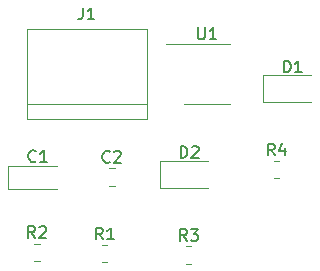
<source format=gbr>
%TF.GenerationSoftware,KiCad,Pcbnew,(6.0.10)*%
%TF.CreationDate,2023-02-17T09:16:45-08:00*%
%TF.ProjectId,Excercise2,45786365-7263-4697-9365-322e6b696361,rev?*%
%TF.SameCoordinates,Original*%
%TF.FileFunction,Legend,Top*%
%TF.FilePolarity,Positive*%
%FSLAX46Y46*%
G04 Gerber Fmt 4.6, Leading zero omitted, Abs format (unit mm)*
G04 Created by KiCad (PCBNEW (6.0.10)) date 2023-02-17 09:16:45*
%MOMM*%
%LPD*%
G01*
G04 APERTURE LIST*
%ADD10C,0.150000*%
%ADD11C,0.120000*%
G04 APERTURE END LIST*
D10*
%TO.C,R2*%
X135323333Y-92627380D02*
X134990000Y-92151190D01*
X134751904Y-92627380D02*
X134751904Y-91627380D01*
X135132857Y-91627380D01*
X135228095Y-91675000D01*
X135275714Y-91722619D01*
X135323333Y-91817857D01*
X135323333Y-91960714D01*
X135275714Y-92055952D01*
X135228095Y-92103571D01*
X135132857Y-92151190D01*
X134751904Y-92151190D01*
X135704285Y-91722619D02*
X135751904Y-91675000D01*
X135847142Y-91627380D01*
X136085238Y-91627380D01*
X136180476Y-91675000D01*
X136228095Y-91722619D01*
X136275714Y-91817857D01*
X136275714Y-91913095D01*
X136228095Y-92055952D01*
X135656666Y-92627380D01*
X136275714Y-92627380D01*
%TO.C,D1*%
X156396904Y-78602380D02*
X156396904Y-77602380D01*
X156635000Y-77602380D01*
X156777857Y-77650000D01*
X156873095Y-77745238D01*
X156920714Y-77840476D01*
X156968333Y-78030952D01*
X156968333Y-78173809D01*
X156920714Y-78364285D01*
X156873095Y-78459523D01*
X156777857Y-78554761D01*
X156635000Y-78602380D01*
X156396904Y-78602380D01*
X157920714Y-78602380D02*
X157349285Y-78602380D01*
X157635000Y-78602380D02*
X157635000Y-77602380D01*
X157539761Y-77745238D01*
X157444523Y-77840476D01*
X157349285Y-77888095D01*
%TO.C,R4*%
X155613333Y-85627380D02*
X155280000Y-85151190D01*
X155041904Y-85627380D02*
X155041904Y-84627380D01*
X155422857Y-84627380D01*
X155518095Y-84675000D01*
X155565714Y-84722619D01*
X155613333Y-84817857D01*
X155613333Y-84960714D01*
X155565714Y-85055952D01*
X155518095Y-85103571D01*
X155422857Y-85151190D01*
X155041904Y-85151190D01*
X156470476Y-84960714D02*
X156470476Y-85627380D01*
X156232380Y-84579761D02*
X155994285Y-85294047D01*
X156613333Y-85294047D01*
%TO.C,U1*%
X149128095Y-74792380D02*
X149128095Y-75601904D01*
X149175714Y-75697142D01*
X149223333Y-75744761D01*
X149318571Y-75792380D01*
X149509047Y-75792380D01*
X149604285Y-75744761D01*
X149651904Y-75697142D01*
X149699523Y-75601904D01*
X149699523Y-74792380D01*
X150699523Y-75792380D02*
X150128095Y-75792380D01*
X150413809Y-75792380D02*
X150413809Y-74792380D01*
X150318571Y-74935238D01*
X150223333Y-75030476D01*
X150128095Y-75078095D01*
%TO.C,R1*%
X141073333Y-92737380D02*
X140740000Y-92261190D01*
X140501904Y-92737380D02*
X140501904Y-91737380D01*
X140882857Y-91737380D01*
X140978095Y-91785000D01*
X141025714Y-91832619D01*
X141073333Y-91927857D01*
X141073333Y-92070714D01*
X141025714Y-92165952D01*
X140978095Y-92213571D01*
X140882857Y-92261190D01*
X140501904Y-92261190D01*
X142025714Y-92737380D02*
X141454285Y-92737380D01*
X141740000Y-92737380D02*
X141740000Y-91737380D01*
X141644761Y-91880238D01*
X141549523Y-91975476D01*
X141454285Y-92023095D01*
%TO.C,D2*%
X147659404Y-85852380D02*
X147659404Y-84852380D01*
X147897500Y-84852380D01*
X148040357Y-84900000D01*
X148135595Y-84995238D01*
X148183214Y-85090476D01*
X148230833Y-85280952D01*
X148230833Y-85423809D01*
X148183214Y-85614285D01*
X148135595Y-85709523D01*
X148040357Y-85804761D01*
X147897500Y-85852380D01*
X147659404Y-85852380D01*
X148611785Y-84947619D02*
X148659404Y-84900000D01*
X148754642Y-84852380D01*
X148992738Y-84852380D01*
X149087976Y-84900000D01*
X149135595Y-84947619D01*
X149183214Y-85042857D01*
X149183214Y-85138095D01*
X149135595Y-85280952D01*
X148564166Y-85852380D01*
X149183214Y-85852380D01*
%TO.C,C2*%
X141664585Y-86147142D02*
X141616966Y-86194761D01*
X141474109Y-86242380D01*
X141378871Y-86242380D01*
X141236013Y-86194761D01*
X141140775Y-86099523D01*
X141093156Y-86004285D01*
X141045537Y-85813809D01*
X141045537Y-85670952D01*
X141093156Y-85480476D01*
X141140775Y-85385238D01*
X141236013Y-85290000D01*
X141378871Y-85242380D01*
X141474109Y-85242380D01*
X141616966Y-85290000D01*
X141664585Y-85337619D01*
X142045537Y-85337619D02*
X142093156Y-85290000D01*
X142188394Y-85242380D01*
X142426490Y-85242380D01*
X142521728Y-85290000D01*
X142569347Y-85337619D01*
X142616966Y-85432857D01*
X142616966Y-85528095D01*
X142569347Y-85670952D01*
X141997918Y-86242380D01*
X142616966Y-86242380D01*
%TO.C,C1*%
X135393333Y-86107142D02*
X135345714Y-86154761D01*
X135202857Y-86202380D01*
X135107619Y-86202380D01*
X134964761Y-86154761D01*
X134869523Y-86059523D01*
X134821904Y-85964285D01*
X134774285Y-85773809D01*
X134774285Y-85630952D01*
X134821904Y-85440476D01*
X134869523Y-85345238D01*
X134964761Y-85250000D01*
X135107619Y-85202380D01*
X135202857Y-85202380D01*
X135345714Y-85250000D01*
X135393333Y-85297619D01*
X136345714Y-86202380D02*
X135774285Y-86202380D01*
X136060000Y-86202380D02*
X136060000Y-85202380D01*
X135964761Y-85345238D01*
X135869523Y-85440476D01*
X135774285Y-85488095D01*
%TO.C,R3*%
X148183333Y-92877380D02*
X147850000Y-92401190D01*
X147611904Y-92877380D02*
X147611904Y-91877380D01*
X147992857Y-91877380D01*
X148088095Y-91925000D01*
X148135714Y-91972619D01*
X148183333Y-92067857D01*
X148183333Y-92210714D01*
X148135714Y-92305952D01*
X148088095Y-92353571D01*
X147992857Y-92401190D01*
X147611904Y-92401190D01*
X148516666Y-91877380D02*
X149135714Y-91877380D01*
X148802380Y-92258333D01*
X148945238Y-92258333D01*
X149040476Y-92305952D01*
X149088095Y-92353571D01*
X149135714Y-92448809D01*
X149135714Y-92686904D01*
X149088095Y-92782142D01*
X149040476Y-92829761D01*
X148945238Y-92877380D01*
X148659523Y-92877380D01*
X148564285Y-92829761D01*
X148516666Y-92782142D01*
%TO.C,J1*%
X139366666Y-73112380D02*
X139366666Y-73826666D01*
X139319047Y-73969523D01*
X139223809Y-74064761D01*
X139080952Y-74112380D01*
X138985714Y-74112380D01*
X140366666Y-74112380D02*
X139795238Y-74112380D01*
X140080952Y-74112380D02*
X140080952Y-73112380D01*
X139985714Y-73255238D01*
X139890476Y-73350476D01*
X139795238Y-73398095D01*
D11*
%TO.C,R2*%
X135262936Y-93090000D02*
X135717064Y-93090000D01*
X135262936Y-94560000D02*
X135717064Y-94560000D01*
%TO.C,D1*%
X154675000Y-78835000D02*
X154675000Y-81105000D01*
X158735000Y-78835000D02*
X154675000Y-78835000D01*
X154675000Y-81105000D02*
X158735000Y-81105000D01*
%TO.C,R4*%
X155552936Y-86090000D02*
X156007064Y-86090000D01*
X155552936Y-87560000D02*
X156007064Y-87560000D01*
%TO.C,U1*%
X149890000Y-81300000D02*
X151840000Y-81300000D01*
X149890000Y-76180000D02*
X151840000Y-76180000D01*
X149890000Y-81300000D02*
X147940000Y-81300000D01*
X149890000Y-76180000D02*
X146440000Y-76180000D01*
%TO.C,R1*%
X141012936Y-94670000D02*
X141467064Y-94670000D01*
X141012936Y-93200000D02*
X141467064Y-93200000D01*
%TO.C,D2*%
X145937500Y-86085000D02*
X145937500Y-88355000D01*
X149997500Y-86085000D02*
X145937500Y-86085000D01*
X145937500Y-88355000D02*
X149997500Y-88355000D01*
%TO.C,C2*%
X141570000Y-88205000D02*
X142092504Y-88205000D01*
X141570000Y-86735000D02*
X142092504Y-86735000D01*
%TO.C,C1*%
X137160000Y-86565000D02*
X133075000Y-86565000D01*
X133075000Y-86565000D02*
X133075000Y-88435000D01*
X133075000Y-88435000D02*
X137160000Y-88435000D01*
%TO.C,R3*%
X148122936Y-93340000D02*
X148577064Y-93340000D01*
X148122936Y-94810000D02*
X148577064Y-94810000D01*
%TO.C,J1*%
X134620000Y-74930000D02*
X134620000Y-82550000D01*
X144780000Y-74930000D02*
X134620000Y-74930000D01*
X144780000Y-81280000D02*
X134620000Y-81280000D01*
X134620000Y-82550000D02*
X144780000Y-82550000D01*
X144780000Y-82550000D02*
X144780000Y-74930000D01*
%TD*%
M02*

</source>
